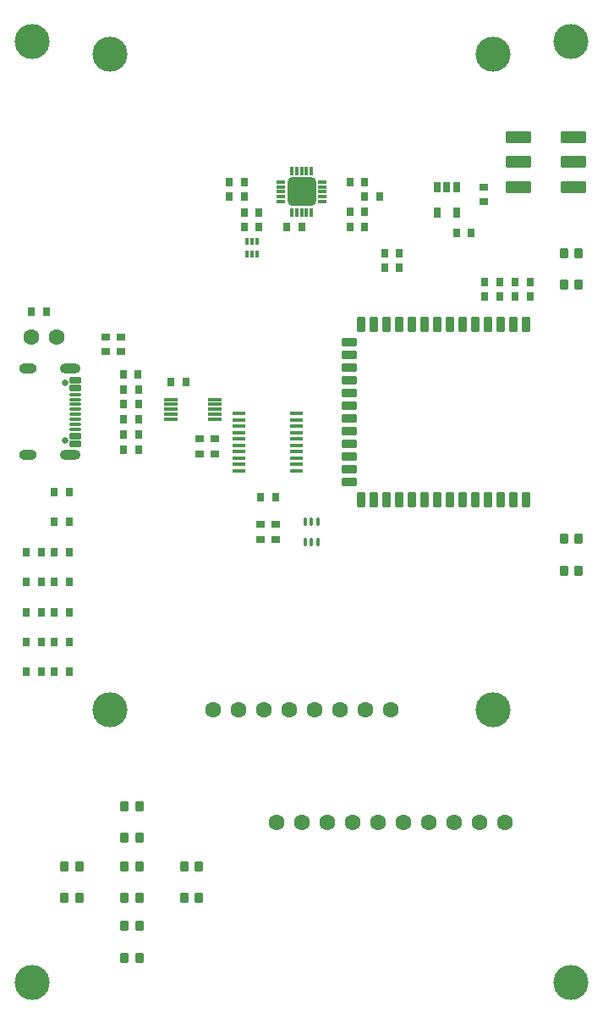
<source format=gbr>
%TF.GenerationSoftware,Altium Limited,Altium Designer,22.10.1 (41)*%
G04 Layer_Color=255*
%FSLAX45Y45*%
%MOMM*%
%TF.SameCoordinates,E44625A2-F068-4864-A6FA-01B12190F87A*%
%TF.FilePolarity,Positive*%
%TF.FileFunction,Pads,Top*%
%TF.Part,Single*%
G01*
G75*
%TA.AperFunction,SMDPad,CuDef*%
G04:AMPARAMS|DCode=11|XSize=0.7mm|YSize=0.9mm|CornerRadius=0.0875mm|HoleSize=0mm|Usage=FLASHONLY|Rotation=0.000|XOffset=0mm|YOffset=0mm|HoleType=Round|Shape=RoundedRectangle|*
%AMROUNDEDRECTD11*
21,1,0.70000,0.72500,0,0,0.0*
21,1,0.52500,0.90000,0,0,0.0*
1,1,0.17500,0.26250,-0.36250*
1,1,0.17500,-0.26250,-0.36250*
1,1,0.17500,-0.26250,0.36250*
1,1,0.17500,0.26250,0.36250*
%
%ADD11ROUNDEDRECTD11*%
G04:AMPARAMS|DCode=12|XSize=1.5mm|YSize=0.9mm|CornerRadius=0.1125mm|HoleSize=0mm|Usage=FLASHONLY|Rotation=270.000|XOffset=0mm|YOffset=0mm|HoleType=Round|Shape=RoundedRectangle|*
%AMROUNDEDRECTD12*
21,1,1.50000,0.67500,0,0,270.0*
21,1,1.27500,0.90000,0,0,270.0*
1,1,0.22500,-0.33750,-0.63750*
1,1,0.22500,-0.33750,0.63750*
1,1,0.22500,0.33750,0.63750*
1,1,0.22500,0.33750,-0.63750*
%
%ADD12ROUNDEDRECTD12*%
G04:AMPARAMS|DCode=13|XSize=1.5mm|YSize=0.9mm|CornerRadius=0.1125mm|HoleSize=0mm|Usage=FLASHONLY|Rotation=180.000|XOffset=0mm|YOffset=0mm|HoleType=Round|Shape=RoundedRectangle|*
%AMROUNDEDRECTD13*
21,1,1.50000,0.67500,0,0,180.0*
21,1,1.27500,0.90000,0,0,180.0*
1,1,0.22500,-0.63750,0.33750*
1,1,0.22500,0.63750,0.33750*
1,1,0.22500,0.63750,-0.33750*
1,1,0.22500,-0.63750,-0.33750*
%
%ADD13ROUNDEDRECTD13*%
G04:AMPARAMS|DCode=14|XSize=0.7mm|YSize=0.9mm|CornerRadius=0.0875mm|HoleSize=0mm|Usage=FLASHONLY|Rotation=90.000|XOffset=0mm|YOffset=0mm|HoleType=Round|Shape=RoundedRectangle|*
%AMROUNDEDRECTD14*
21,1,0.70000,0.72500,0,0,90.0*
21,1,0.52500,0.90000,0,0,90.0*
1,1,0.17500,0.36250,0.26250*
1,1,0.17500,0.36250,-0.26250*
1,1,0.17500,-0.36250,-0.26250*
1,1,0.17500,-0.36250,0.26250*
%
%ADD14ROUNDEDRECTD14*%
G04:AMPARAMS|DCode=15|XSize=2.8mm|YSize=2.8mm|CornerRadius=0.35mm|HoleSize=0mm|Usage=FLASHONLY|Rotation=180.000|XOffset=0mm|YOffset=0mm|HoleType=Round|Shape=RoundedRectangle|*
%AMROUNDEDRECTD15*
21,1,2.80000,2.10000,0,0,180.0*
21,1,2.10000,2.80000,0,0,180.0*
1,1,0.70000,-1.05000,1.05000*
1,1,0.70000,1.05000,1.05000*
1,1,0.70000,1.05000,-1.05000*
1,1,0.70000,-1.05000,-1.05000*
%
%ADD15ROUNDEDRECTD15*%
G04:AMPARAMS|DCode=16|XSize=0.9mm|YSize=0.3mm|CornerRadius=0.0375mm|HoleSize=0mm|Usage=FLASHONLY|Rotation=180.000|XOffset=0mm|YOffset=0mm|HoleType=Round|Shape=RoundedRectangle|*
%AMROUNDEDRECTD16*
21,1,0.90000,0.22500,0,0,180.0*
21,1,0.82500,0.30000,0,0,180.0*
1,1,0.07500,-0.41250,0.11250*
1,1,0.07500,0.41250,0.11250*
1,1,0.07500,0.41250,-0.11250*
1,1,0.07500,-0.41250,-0.11250*
%
%ADD16ROUNDEDRECTD16*%
G04:AMPARAMS|DCode=17|XSize=0.9mm|YSize=0.3mm|CornerRadius=0.0375mm|HoleSize=0mm|Usage=FLASHONLY|Rotation=90.000|XOffset=0mm|YOffset=0mm|HoleType=Round|Shape=RoundedRectangle|*
%AMROUNDEDRECTD17*
21,1,0.90000,0.22500,0,0,90.0*
21,1,0.82500,0.30000,0,0,90.0*
1,1,0.07500,0.11250,0.41250*
1,1,0.07500,0.11250,-0.41250*
1,1,0.07500,-0.11250,-0.41250*
1,1,0.07500,-0.11250,0.41250*
%
%ADD17ROUNDEDRECTD17*%
G04:AMPARAMS|DCode=18|XSize=0.4mm|YSize=1.27mm|CornerRadius=0.05mm|HoleSize=0mm|Usage=FLASHONLY|Rotation=270.000|XOffset=0mm|YOffset=0mm|HoleType=Round|Shape=RoundedRectangle|*
%AMROUNDEDRECTD18*
21,1,0.40000,1.17000,0,0,270.0*
21,1,0.30000,1.27000,0,0,270.0*
1,1,0.10000,-0.58500,-0.15000*
1,1,0.10000,-0.58500,0.15000*
1,1,0.10000,0.58500,0.15000*
1,1,0.10000,0.58500,-0.15000*
%
%ADD18ROUNDEDRECTD18*%
G04:AMPARAMS|DCode=19|XSize=0.3mm|YSize=0.8mm|CornerRadius=0.0375mm|HoleSize=0mm|Usage=FLASHONLY|Rotation=0.000|XOffset=0mm|YOffset=0mm|HoleType=Round|Shape=RoundedRectangle|*
%AMROUNDEDRECTD19*
21,1,0.30000,0.72500,0,0,0.0*
21,1,0.22500,0.80000,0,0,0.0*
1,1,0.07500,0.11250,-0.36250*
1,1,0.07500,-0.11250,-0.36250*
1,1,0.07500,-0.11250,0.36250*
1,1,0.07500,0.11250,0.36250*
%
%ADD19ROUNDEDRECTD19*%
G04:AMPARAMS|DCode=20|XSize=1.1mm|YSize=0.6mm|CornerRadius=0.075mm|HoleSize=0mm|Usage=FLASHONLY|Rotation=90.000|XOffset=0mm|YOffset=0mm|HoleType=Round|Shape=RoundedRectangle|*
%AMROUNDEDRECTD20*
21,1,1.10000,0.45000,0,0,90.0*
21,1,0.95000,0.60000,0,0,90.0*
1,1,0.15000,0.22500,0.47500*
1,1,0.15000,0.22500,-0.47500*
1,1,0.15000,-0.22500,-0.47500*
1,1,0.15000,-0.22500,0.47500*
%
%ADD20ROUNDEDRECTD20*%
G04:AMPARAMS|DCode=21|XSize=0.3mm|YSize=0.67mm|CornerRadius=0.0375mm|HoleSize=0mm|Usage=FLASHONLY|Rotation=0.000|XOffset=0mm|YOffset=0mm|HoleType=Round|Shape=RoundedRectangle|*
%AMROUNDEDRECTD21*
21,1,0.30000,0.59500,0,0,0.0*
21,1,0.22500,0.67000,0,0,0.0*
1,1,0.07500,0.11250,-0.29750*
1,1,0.07500,-0.11250,-0.29750*
1,1,0.07500,-0.11250,0.29750*
1,1,0.07500,0.11250,0.29750*
%
%ADD21ROUNDEDRECTD21*%
G04:AMPARAMS|DCode=22|XSize=0.6mm|YSize=1.15mm|CornerRadius=0.075mm|HoleSize=0mm|Usage=FLASHONLY|Rotation=270.000|XOffset=0mm|YOffset=0mm|HoleType=Round|Shape=RoundedRectangle|*
%AMROUNDEDRECTD22*
21,1,0.60000,1.00000,0,0,270.0*
21,1,0.45000,1.15000,0,0,270.0*
1,1,0.15000,-0.50000,-0.22500*
1,1,0.15000,-0.50000,0.22500*
1,1,0.15000,0.50000,0.22500*
1,1,0.15000,0.50000,-0.22500*
%
%ADD22ROUNDEDRECTD22*%
G04:AMPARAMS|DCode=23|XSize=0.3mm|YSize=1.15mm|CornerRadius=0.0375mm|HoleSize=0mm|Usage=FLASHONLY|Rotation=270.000|XOffset=0mm|YOffset=0mm|HoleType=Round|Shape=RoundedRectangle|*
%AMROUNDEDRECTD23*
21,1,0.30000,1.07500,0,0,270.0*
21,1,0.22500,1.15000,0,0,270.0*
1,1,0.07500,-0.53750,-0.11250*
1,1,0.07500,-0.53750,0.11250*
1,1,0.07500,0.53750,0.11250*
1,1,0.07500,0.53750,-0.11250*
%
%ADD23ROUNDEDRECTD23*%
G04:AMPARAMS|DCode=24|XSize=1.2mm|YSize=2.5mm|CornerRadius=0.15mm|HoleSize=0mm|Usage=FLASHONLY|Rotation=270.000|XOffset=0mm|YOffset=0mm|HoleType=Round|Shape=RoundedRectangle|*
%AMROUNDEDRECTD24*
21,1,1.20000,2.20000,0,0,270.0*
21,1,0.90000,2.50000,0,0,270.0*
1,1,0.30000,-1.10000,-0.45000*
1,1,0.30000,-1.10000,0.45000*
1,1,0.30000,1.10000,0.45000*
1,1,0.30000,1.10000,-0.45000*
%
%ADD24ROUNDEDRECTD24*%
G04:AMPARAMS|DCode=25|XSize=1.2mm|YSize=2.5001mm|CornerRadius=0.15mm|HoleSize=0mm|Usage=FLASHONLY|Rotation=270.000|XOffset=0mm|YOffset=0mm|HoleType=Round|Shape=RoundedRectangle|*
%AMROUNDEDRECTD25*
21,1,1.20000,2.20010,0,0,270.0*
21,1,0.90000,2.50010,0,0,270.0*
1,1,0.30000,-1.10005,-0.45000*
1,1,0.30000,-1.10005,0.45000*
1,1,0.30000,1.10005,0.45000*
1,1,0.30000,1.10005,-0.45000*
%
%ADD25ROUNDEDRECTD25*%
G04:AMPARAMS|DCode=26|XSize=0.3mm|YSize=1.4mm|CornerRadius=0.0375mm|HoleSize=0mm|Usage=FLASHONLY|Rotation=270.000|XOffset=0mm|YOffset=0mm|HoleType=Round|Shape=RoundedRectangle|*
%AMROUNDEDRECTD26*
21,1,0.30000,1.32500,0,0,270.0*
21,1,0.22500,1.40000,0,0,270.0*
1,1,0.07500,-0.66250,-0.11250*
1,1,0.07500,-0.66250,0.11250*
1,1,0.07500,0.66250,0.11250*
1,1,0.07500,0.66250,-0.11250*
%
%ADD26ROUNDEDRECTD26*%
G04:AMPARAMS|DCode=27|XSize=1mm|YSize=0.9mm|CornerRadius=0.1125mm|HoleSize=0mm|Usage=FLASHONLY|Rotation=90.000|XOffset=0mm|YOffset=0mm|HoleType=Round|Shape=RoundedRectangle|*
%AMROUNDEDRECTD27*
21,1,1.00000,0.67500,0,0,90.0*
21,1,0.77500,0.90000,0,0,90.0*
1,1,0.22500,0.33750,0.38750*
1,1,0.22500,0.33750,-0.38750*
1,1,0.22500,-0.33750,-0.38750*
1,1,0.22500,-0.33750,0.38750*
%
%ADD27ROUNDEDRECTD27*%
%TA.AperFunction,ComponentPad*%
%ADD33C,3.50000*%
%ADD34C,1.60000*%
%ADD35O,1.80000X1.00000*%
%ADD36O,2.10000X1.00000*%
%ADD37C,0.65000*%
D11*
X525000Y5200000D02*
D03*
X675000D02*
D03*
X395000Y4600000D02*
D03*
X245000D02*
D03*
Y4300000D02*
D03*
X395000D02*
D03*
Y4000000D02*
D03*
X245000D02*
D03*
X395000Y3400000D02*
D03*
X245000D02*
D03*
Y3700000D02*
D03*
X395000D02*
D03*
X3634000Y8000000D02*
D03*
X3484000D02*
D03*
X3634000Y7850000D02*
D03*
X3484000D02*
D03*
X3830000Y7440000D02*
D03*
X3980000D02*
D03*
X2425000Y7850000D02*
D03*
X2575000D02*
D03*
X525000Y4600000D02*
D03*
X675000D02*
D03*
X525000Y4000000D02*
D03*
X675000D02*
D03*
X525000Y4900000D02*
D03*
X675000D02*
D03*
X1690000Y6300000D02*
D03*
X1840000D02*
D03*
X3000000Y7845000D02*
D03*
X2850000D02*
D03*
X2425000Y7995000D02*
D03*
X2575000D02*
D03*
X4700000Y7787500D02*
D03*
X4550000D02*
D03*
X5138000Y7300000D02*
D03*
X5288000D02*
D03*
X5138000Y7150000D02*
D03*
X5288000D02*
D03*
X4981000D02*
D03*
X4831000D02*
D03*
X1217500Y5775000D02*
D03*
X1367500D02*
D03*
X1217500Y6225000D02*
D03*
X1367500D02*
D03*
X2737500Y5150000D02*
D03*
X2587500D02*
D03*
X3634000Y8300000D02*
D03*
X3484000D02*
D03*
X2425000Y8150000D02*
D03*
X2275000D02*
D03*
X3784000D02*
D03*
X3634000D02*
D03*
X2425000Y8300000D02*
D03*
X2275000D02*
D03*
X3830000Y7590000D02*
D03*
X3980000D02*
D03*
X4831000Y7300000D02*
D03*
X4981000D02*
D03*
X675000Y3400000D02*
D03*
X525000D02*
D03*
X1217500Y5925000D02*
D03*
X1367500D02*
D03*
X1217500Y6075000D02*
D03*
X1367500D02*
D03*
Y5625000D02*
D03*
X1217500D02*
D03*
X1365000Y6375000D02*
D03*
X1215000D02*
D03*
X293000Y7000000D02*
D03*
X443000D02*
D03*
X675000Y3700000D02*
D03*
X525000D02*
D03*
Y4300000D02*
D03*
X675000D02*
D03*
D12*
X5250000Y6875000D02*
D03*
X5123000D02*
D03*
X4996000D02*
D03*
X4869000D02*
D03*
X4742000D02*
D03*
X4615000D02*
D03*
X4488000D02*
D03*
X4361000D02*
D03*
X4234000D02*
D03*
X4107000D02*
D03*
X3980000D02*
D03*
X3853000D02*
D03*
X3726000D02*
D03*
X3599000D02*
D03*
Y5125000D02*
D03*
X3726000D02*
D03*
X3853000D02*
D03*
X3980000D02*
D03*
X4107000D02*
D03*
X4234000D02*
D03*
X4361000D02*
D03*
X4488000D02*
D03*
X4615000D02*
D03*
X4742000D02*
D03*
X4869000D02*
D03*
X4996000D02*
D03*
X5123000D02*
D03*
X5250000D02*
D03*
D13*
X3474300Y6698500D02*
D03*
Y6571500D02*
D03*
Y6444500D02*
D03*
Y6317500D02*
D03*
Y6190500D02*
D03*
Y6063500D02*
D03*
Y5936500D02*
D03*
Y5809500D02*
D03*
Y5682500D02*
D03*
Y5555500D02*
D03*
Y5428500D02*
D03*
Y5301500D02*
D03*
D14*
X4820000Y8100000D02*
D03*
Y8250000D02*
D03*
X1040000Y6600000D02*
D03*
Y6750000D02*
D03*
X2130000Y5727700D02*
D03*
Y5577700D02*
D03*
X1980000Y5727700D02*
D03*
Y5577700D02*
D03*
X1190000Y6600000D02*
D03*
Y6750000D02*
D03*
X2587500Y4875000D02*
D03*
Y4725000D02*
D03*
X2737500D02*
D03*
Y4875000D02*
D03*
D15*
X3000000Y8200000D02*
D03*
D16*
X2795000D02*
D03*
Y8150000D02*
D03*
Y8250000D02*
D03*
Y8300000D02*
D03*
Y8100000D02*
D03*
X3205000Y8200000D02*
D03*
Y8250000D02*
D03*
Y8150000D02*
D03*
Y8100000D02*
D03*
Y8300000D02*
D03*
D17*
X3000000Y8405000D02*
D03*
X2950000D02*
D03*
X3050000D02*
D03*
X3100000D02*
D03*
X2900000D02*
D03*
X3000000Y7995000D02*
D03*
X3050000D02*
D03*
X2950000D02*
D03*
X2900000D02*
D03*
X3100000D02*
D03*
D18*
X2949520Y5981700D02*
D03*
Y5918200D02*
D03*
Y5854700D02*
D03*
Y5791200D02*
D03*
Y5727700D02*
D03*
X2375480D02*
D03*
Y5791200D02*
D03*
Y5854700D02*
D03*
Y5918200D02*
D03*
Y5981700D02*
D03*
X2949520Y5410200D02*
D03*
Y5473700D02*
D03*
Y5537200D02*
D03*
Y5600700D02*
D03*
Y5664200D02*
D03*
X2375480D02*
D03*
Y5600700D02*
D03*
Y5537200D02*
D03*
Y5473700D02*
D03*
Y5410200D02*
D03*
D19*
X3035000Y4900000D02*
D03*
X3100000D02*
D03*
X3165000D02*
D03*
X3035000Y4700000D02*
D03*
X3100000D02*
D03*
X3165000D02*
D03*
D20*
X4550000Y7990000D02*
D03*
X4360000D02*
D03*
Y8250000D02*
D03*
X4550000D02*
D03*
X4455000D02*
D03*
D21*
X2455000Y7705000D02*
D03*
X2505000D02*
D03*
X2555000D02*
D03*
X2505000Y7578000D02*
D03*
X2555000D02*
D03*
X2455000D02*
D03*
D22*
X737750Y5680000D02*
D03*
Y6240000D02*
D03*
Y5760000D02*
D03*
Y6320000D02*
D03*
D23*
Y5875000D02*
D03*
Y5925000D02*
D03*
Y5975000D02*
D03*
Y6025000D02*
D03*
Y6075000D02*
D03*
Y6125000D02*
D03*
Y6175000D02*
D03*
Y5825000D02*
D03*
D24*
X5725000Y8500000D02*
D03*
Y8250000D02*
D03*
Y8750000D02*
D03*
D25*
X5175000Y8250000D02*
D03*
Y8750000D02*
D03*
Y8500000D02*
D03*
D26*
X2130000Y5925000D02*
D03*
Y5975000D02*
D03*
Y6025000D02*
D03*
Y6075000D02*
D03*
Y6125000D02*
D03*
X1690000Y5925000D02*
D03*
Y5975000D02*
D03*
Y6025000D02*
D03*
Y6075000D02*
D03*
Y6125000D02*
D03*
D27*
X5625000Y7270000D02*
D03*
X5775000D02*
D03*
X5625000Y7590000D02*
D03*
X5775000D02*
D03*
X5625000Y4410000D02*
D03*
X5775000D02*
D03*
X5625000Y4730000D02*
D03*
X5775000D02*
D03*
X625000Y1140000D02*
D03*
X775000D02*
D03*
X625000Y1460000D02*
D03*
X775000D02*
D03*
X1825000Y1140000D02*
D03*
X1975000D02*
D03*
X1825000Y1460000D02*
D03*
X1975000D02*
D03*
X1225000Y1140000D02*
D03*
X1375000D02*
D03*
X1225000Y1460000D02*
D03*
X1375000D02*
D03*
X1225000Y1740000D02*
D03*
X1375000D02*
D03*
X1225000Y2060000D02*
D03*
X1375000D02*
D03*
X1225000Y540000D02*
D03*
X1375000D02*
D03*
X1225000Y860000D02*
D03*
X1375000D02*
D03*
D33*
X300000Y9700000D02*
D03*
X5700000D02*
D03*
X300000Y300000D02*
D03*
X5700000D02*
D03*
X1085000Y9575000D02*
D03*
X4915000D02*
D03*
Y3025000D02*
D03*
X1085000D02*
D03*
D34*
X2619000D02*
D03*
X2873000D02*
D03*
X2365000D02*
D03*
X3889000D02*
D03*
X3127000D02*
D03*
X2111000D02*
D03*
X3635000D02*
D03*
X3381000D02*
D03*
X2752000Y1900000D02*
D03*
X3006000D02*
D03*
X3260000D02*
D03*
X3514000D02*
D03*
X3768000D02*
D03*
X4022000D02*
D03*
X4276000D02*
D03*
X4530000D02*
D03*
X4784000D02*
D03*
X5038000D02*
D03*
X293000Y6750000D02*
D03*
X547000D02*
D03*
D35*
X262250Y6432000D02*
D03*
Y5568000D02*
D03*
D36*
X680250D02*
D03*
Y6432000D02*
D03*
D37*
X630250Y6289000D02*
D03*
Y5711000D02*
D03*
%TF.MD5,2c6f5f6add94812824bf166e3deb5329*%
M02*

</source>
